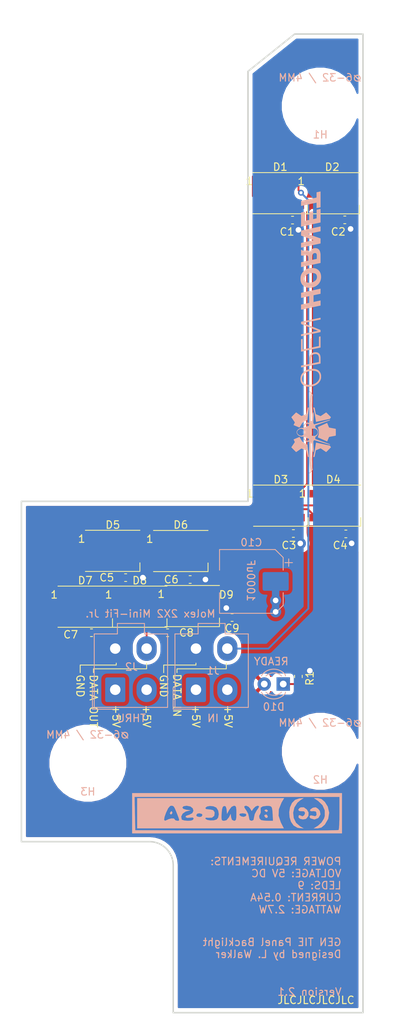
<source format=kicad_pcb>
(kicad_pcb (version 20171130) (host pcbnew "(5.1.12-1-10_14)")
  (layers (0 F.Cu signal) (31 B.Cu signal) (34 B.Paste user) (35 F.Paste user) (36 B.SilkS user) (37 F.SilkS user) (38 B.Mask user) (39 F.Mask user) (44 Edge.Cuts user))
  (net 0 "")
  (net 1 "Net-(D1-Pad2)")
  (net 2 "Net-(D2-Pad2)")
  (net 3 "Net-(D3-Pad2)")
  (net 4 "Net-(D4-Pad2)")
  (net 5 "Net-(D6-Pad2)")
  (net 6 "Net-(D8-Pad2)")
  (net 7 /LEDGND)
  (net 8 /LED+5V)
  (net 9 /DATAIN)
  (net 10 /DATAOUT)
  (net 11 "Net-(D5-Pad2)")
  (net 12 "Net-(D7-Pad2)")
  (net 13 "Net-(D10-Pad1)")
  (module OH_Backlighting:Molex_Mini-Fit_Jr_5566-04A_2x02_P4.20mm_Vertical (layer B.Cu) (at 140.462 117.348)
    (fp_text reference J1 (at 2.286 -2.54) (layer B.SilkS) (effects (justify mirror)))
    (fp_text value IN)
    (pad 4 thru_hole oval (at 4.2 -5.5) (size 2.7 3.3) (drill 1.4) (layers *.Cu *.Mask) (net 9 /DATAIN))
    (pad 3 thru_hole oval (at 0 -5.5) (size 2.7 3.3) (drill 1.4) (layers *.Cu *.Mask) (net 7 /LEDGND))
    (pad 2 thru_hole oval (at 4.2 0) (size 2.7 3.3) (drill 1.4) (layers *.Cu *.Mask) (net 8 /LED+5V))
    (pad 1 thru_hole roundrect (at 0 0) (size 2.7 3.3) (drill 1.4) (layers *.Cu *.Mask) (roundrect_rratio 0.093) (net 8 /LED+5V))
  )
  (module OH_Backlighting:Molex_Mini-Fit_Jr_5566-04A_2x02_P4.20mm_Vertical (layer B.Cu) (at 129.658 117.348)
    (fp_text reference J2 (at 2.168 -3.048) (layer B.SilkS) (effects (justify mirror)))
    (fp_text value THRU)
    (pad 4 thru_hole oval (at 4.2 -5.5) (size 2.7 3.3) (drill 1.4) (layers *.Cu *.Mask) (net 10 /DATAOUT))
    (pad 3 thru_hole oval (at 0 -5.5) (size 2.7 3.3) (drill 1.4) (layers *.Cu *.Mask) (net 7 /LEDGND))
    (pad 2 thru_hole oval (at 4.2 0) (size 2.7 3.3) (drill 1.4) (layers *.Cu *.Mask) (net 8 /LED+5V))
    (pad 1 thru_hole roundrect (at 0 0) (size 2.7 3.3) (drill 1.4) (layers *.Cu *.Mask) (roundrect_rratio 0.093) (net 8 /LED+5V))
  )
  (module LED_SMD:LED_WS2812B_PLCC4_5.0x5.0mm_P3.2mm (layer F.Cu) (at 132.932 106.248)
    (fp_text reference D8 (at 0 -3.5) (layer F.SilkS))
    (fp_text value WS2812B)
    (fp_text user 1 (at -4.15 -1.6) (layer F.SilkS))
    (pad 1 smd rect (at -2.45 -1.6) (size 1.5 1) (layers F.Cu F.Paste F.Mask) (net 8 /LED+5V))
    (pad 2 smd rect (at -2.45 1.6) (size 1.5 1) (layers F.Cu F.Paste F.Mask) (net 6 "Net-(D8-Pad2)"))
    (pad 4 smd rect (at 2.45 -1.6) (size 1.5 1) (layers F.Cu F.Paste F.Mask) (net 12 "Net-(D7-Pad2)"))
    (pad 3 smd rect (at 2.45 1.6) (size 1.5 1) (layers F.Cu F.Paste F.Mask) (net 7 /LEDGND))
  )
  (module LED_SMD:LED_WS2812B_PLCC4_5.0x5.0mm_P3.2mm (layer F.Cu) (at 125.64 106.248)
    (fp_text reference D7 (at 0 -3.5) (layer F.SilkS))
    (fp_text value WS2812B)
    (fp_text user 1 (at -4.15 -1.6) (layer F.SilkS))
    (pad 1 smd rect (at -2.45 -1.6) (size 1.5 1) (layers F.Cu F.Paste F.Mask) (net 8 /LED+5V))
    (pad 2 smd rect (at -2.45 1.6) (size 1.5 1) (layers F.Cu F.Paste F.Mask) (net 12 "Net-(D7-Pad2)"))
    (pad 4 smd rect (at 2.45 -1.6) (size 1.5 1) (layers F.Cu F.Paste F.Mask) (net 5 "Net-(D6-Pad2)"))
    (pad 3 smd rect (at 2.45 1.6) (size 1.5 1) (layers F.Cu F.Paste F.Mask) (net 7 /LEDGND))
  )
  (module LED_SMD:LED_WS2812B_PLCC4_5.0x5.0mm_P3.2mm (layer F.Cu) (at 138.43 98.806)
    (fp_text reference D6 (at 0 -3.5) (layer F.SilkS))
    (fp_text value WS2812B)
    (fp_text user 1 (at -4.15 -1.6) (layer F.SilkS))
    (pad 1 smd rect (at -2.45 -1.6) (size 1.5 1) (layers F.Cu F.Paste F.Mask) (net 8 /LED+5V))
    (pad 2 smd rect (at -2.45 1.6) (size 1.5 1) (layers F.Cu F.Paste F.Mask) (net 5 "Net-(D6-Pad2)"))
    (pad 4 smd rect (at 2.45 -1.6) (size 1.5 1) (layers F.Cu F.Paste F.Mask) (net 11 "Net-(D5-Pad2)"))
    (pad 3 smd rect (at 2.45 1.6) (size 1.5 1) (layers F.Cu F.Paste F.Mask) (net 7 /LEDGND))
  )
  (module Capacitor_SMD:C_0603_1608Metric (layer F.Cu) (at 136.665 109.728 180)
    (fp_text reference C8 (at -2.527 0) (layer F.SilkS))
    (fp_text value C)
    (pad 2 smd roundrect (at 0.775 0 180) (size 0.9 0.95) (layers F.Cu F.Paste F.Mask) (net 7 /LEDGND))
    (pad 1 smd roundrect (at -0.775 0 180) (size 0.9 0.95) (layers F.Cu F.Paste F.Mask) (net 8 /LED+5V))
  )
  (module Capacitor_SMD:CP_Elec_8x10 (layer B.Cu) (at 147.88 102.87 180)
    (fp_text reference C10 (at 0 5.2 180) (layer B.SilkS) (effects (justify mirror)))
    (fp_text value C_Polarized)
    (pad 2 smd roundrect (at 3.25 0 180) (size 3.5 2.5) (layers B.Cu B.Paste B.Mask) (roundrect_rratio 0.1) (net 7 /LEDGND))
    (pad 1 smd roundrect (at -3.25 0 180) (size 3.5 2.5) (layers B.Cu B.Paste B.Mask) (roundrect_rratio 0.1) (net 8 /LED+5V))
  )
  (module Capacitor_SMD:C_0603_1608Metric (layer F.Cu) (at 153.392 54.574)
    (fp_text reference C1 (at -0.738 1.56 180) (layer F.SilkS))
    (fp_text value C)
    (pad 2 smd roundrect (at 0.775 0) (size 0.9 0.95) (layers F.Cu F.Paste F.Mask) (net 7 /LEDGND))
    (pad 1 smd roundrect (at -0.775 0) (size 0.9 0.95) (layers F.Cu F.Paste F.Mask) (net 8 /LED+5V))
  )
  (module Capacitor_SMD:C_0603_1608Metric (layer F.Cu) (at 145.301 107.696 180)
    (fp_text reference C9 (at 0 -1.43) (layer F.SilkS))
    (fp_text value C)
    (pad 2 smd roundrect (at 0.775 0 180) (size 0.9 0.95) (layers F.Cu F.Paste F.Mask) (net 7 /LEDGND))
    (pad 1 smd roundrect (at -0.775 0 180) (size 0.9 0.95) (layers F.Cu F.Paste F.Mask) (net 8 /LED+5V))
  )
  (module Capacitor_SMD:C_0603_1608Metric (layer F.Cu) (at 126.479 109.728)
    (fp_text reference C7 (at -2.781 0.254) (layer F.SilkS))
    (fp_text value C)
    (pad 2 smd roundrect (at 0.775 0) (size 0.9 0.95) (layers F.Cu F.Paste F.Mask) (net 7 /LEDGND))
    (pad 1 smd roundrect (at -0.775 0) (size 0.9 0.95) (layers F.Cu F.Paste F.Mask) (net 8 /LED+5V))
  )
  (module Capacitor_SMD:C_0603_1608Metric (layer F.Cu) (at 139.687 102.616)
    (fp_text reference C6 (at -2.527 0) (layer F.SilkS))
    (fp_text value C)
    (pad 2 smd roundrect (at 0.775 0) (size 0.9 0.95) (layers F.Cu F.Paste F.Mask) (net 7 /LEDGND))
    (pad 1 smd roundrect (at -0.775 0) (size 0.9 0.95) (layers F.Cu F.Paste F.Mask) (net 8 /LED+5V))
  )
  (module Capacitor_SMD:C_0603_1608Metric (layer F.Cu) (at 131.051 102.362)
    (fp_text reference C5 (at -2.527 0) (layer F.SilkS))
    (fp_text value C)
    (pad 2 smd roundrect (at 0.775 0) (size 0.9 0.95) (layers F.Cu F.Paste F.Mask) (net 7 /LEDGND))
    (pad 1 smd roundrect (at -0.775 0) (size 0.9 0.95) (layers F.Cu F.Paste F.Mask) (net 8 /LED+5V))
  )
  (module Capacitor_SMD:C_0603_1608Metric (layer F.Cu) (at 160.528 96.52)
    (fp_text reference C4 (at -0.762 1.524) (layer F.SilkS))
    (fp_text value C)
    (pad 2 smd roundrect (at 0.775 0) (size 0.9 0.95) (layers F.Cu F.Paste F.Mask) (net 7 /LEDGND))
    (pad 1 smd roundrect (at -0.775 0) (size 0.9 0.95) (layers F.Cu F.Paste F.Mask) (net 8 /LED+5V))
  )
  (module Capacitor_SMD:C_0603_1608Metric (layer F.Cu) (at 153.502 96.464)
    (fp_text reference C3 (at -0.594 1.58) (layer F.SilkS))
    (fp_text value C)
    (pad 2 smd roundrect (at 0.775 0) (size 0.9 0.95) (layers F.Cu F.Paste F.Mask) (net 7 /LEDGND))
    (pad 1 smd roundrect (at -0.775 0) (size 0.9 0.95) (layers F.Cu F.Paste F.Mask) (net 8 /LED+5V))
  )
  (module Capacitor_SMD:C_0603_1608Metric (layer F.Cu) (at 160.387 54.544)
    (fp_text reference C2 (at -0.875 1.59) (layer F.SilkS))
    (fp_text value C)
    (pad 2 smd roundrect (at 0.775 0) (size 0.9 0.95) (layers F.Cu F.Paste F.Mask) (net 7 /LEDGND))
    (pad 1 smd roundrect (at -0.775 0) (size 0.9 0.95) (layers F.Cu F.Paste F.Mask) (net 8 /LED+5V))
  )
  (module OH_Backlighting:OH_Panel_6-32_PHS (layer F.Cu) (at 157.102 39.344)
    (fp_text reference REF** hide)
    (fp_text value OH_Panel_Fastner_Keepout hide)
    (fp_text user H1 (at 0 3.81) (layer B.SilkS) (effects (justify mirror)))
    (fp_text user "⌀6-32 / 4MM" (at 0 -3.81) (layer B.SilkS) (effects (justify mirror)))
    (pad "" np_thru_hole circle (at 0 0) (size 4.3 4.3) (drill 4.3) (layers *.Cu *.Mask) (clearance 3))
  )
  (module OH_Backlighting:OH_Panel_6-32_PHS (layer F.Cu) (at 125.992 127.164)
    (fp_text reference REF** hide)
    (fp_text value OH_Panel_Fastner_Keepout hide)
    (fp_text user H3 (at 0 3.81) (layer B.SilkS) (effects (justify mirror)))
    (fp_text user "⌀6-32 / 4MM" (at 0 -3.81) (layer B.SilkS) (effects (justify mirror)))
    (pad "" np_thru_hole circle (at 0 0) (size 4.3 4.3) (drill 4.3) (layers *.Cu *.Mask) (clearance 3))
  )
  (module OH_Backlighting:OH_Panel_6-32_PHS (layer F.Cu) (at 157.112 125.574)
    (fp_text reference REF** hide)
    (fp_text value OH_Panel_Fastner_Keepout hide)
    (fp_text user H2 (at 0 3.81) (layer B.SilkS) (effects (justify mirror)))
    (fp_text user "⌀6-32 / 4MM" (at 0 -3.81) (layer B.SilkS) (effects (justify mirror)))
    (pad "" np_thru_hole circle (at 0 0) (size 4.3 4.3) (drill 4.3) (layers *.Cu *.Mask) (clearance 3))
  )
  (module LED_SMD:LED_WS2812B_PLCC4_5.0x5.0mm_P3.2mm (layer F.Cu) (at 129.312 98.784)
    (fp_text reference D5 (at 0.02 -3.47) (layer F.SilkS))
    (fp_text value WS2812B)
    (fp_text user 1 (at -4.15 -1.6) (layer F.SilkS))
    (pad 1 smd rect (at -2.45 -1.6) (size 1.5 1) (layers F.Cu F.Paste F.Mask) (net 8 /LED+5V))
    (pad 2 smd rect (at -2.45 1.6) (size 1.5 1) (layers F.Cu F.Paste F.Mask) (net 11 "Net-(D5-Pad2)"))
    (pad 4 smd rect (at 2.45 -1.6) (size 1.5 1) (layers F.Cu F.Paste F.Mask) (net 4 "Net-(D4-Pad2)"))
    (pad 3 smd rect (at 2.45 1.6) (size 1.5 1) (layers F.Cu F.Paste F.Mask) (net 7 /LEDGND))
  )
  (module LED_SMD:LED_WS2812B_PLCC4_5.0x5.0mm_P3.2mm (layer F.Cu) (at 158.702 50.984)
    (fp_text reference D2 (at 0 -3.5) (layer F.SilkS))
    (fp_text value WS2812B)
    (fp_text user 1 (at -4.15 -1.6) (layer F.SilkS))
    (pad 1 smd rect (at -2.45 -1.6) (size 1.5 1) (layers F.Cu F.Paste F.Mask) (net 8 /LED+5V))
    (pad 2 smd rect (at -2.45 1.6) (size 1.5 1) (layers F.Cu F.Paste F.Mask) (net 2 "Net-(D2-Pad2)"))
    (pad 4 smd rect (at 2.45 -1.6) (size 1.5 1) (layers F.Cu F.Paste F.Mask) (net 1 "Net-(D1-Pad2)"))
    (pad 3 smd rect (at 2.45 1.6) (size 1.5 1) (layers F.Cu F.Paste F.Mask) (net 7 /LEDGND))
  )
  (module LED_SMD:LED_WS2812B_PLCC4_5.0x5.0mm_P3.2mm (layer F.Cu) (at 158.872 92.744)
    (fp_text reference D4 (at -0.02 -3.5) (layer F.SilkS))
    (fp_text value WS2812B)
    (fp_text user 1 (at -4.15 -1.6) (layer F.SilkS))
    (pad 1 smd rect (at -2.45 -1.6) (size 1.5 1) (layers F.Cu F.Paste F.Mask) (net 8 /LED+5V))
    (pad 2 smd rect (at -2.45 1.6) (size 1.5 1) (layers F.Cu F.Paste F.Mask) (net 4 "Net-(D4-Pad2)"))
    (pad 4 smd rect (at 2.45 -1.6) (size 1.5 1) (layers F.Cu F.Paste F.Mask) (net 3 "Net-(D3-Pad2)"))
    (pad 3 smd rect (at 2.45 1.6) (size 1.5 1) (layers F.Cu F.Paste F.Mask) (net 7 /LEDGND))
  )
  (module LED_SMD:LED_WS2812B_PLCC4_5.0x5.0mm_P3.2mm (layer F.Cu) (at 151.742 50.974)
    (fp_text reference D1 (at 0 -3.5) (layer F.SilkS))
    (fp_text value WS2812B)
    (fp_text user 1 (at -4.15 -1.6) (layer F.SilkS))
    (pad 1 smd rect (at -2.45 -1.6) (size 1.5 1) (layers F.Cu F.Paste F.Mask) (net 8 /LED+5V))
    (pad 2 smd rect (at -2.45 1.6) (size 1.5 1) (layers F.Cu F.Paste F.Mask) (net 1 "Net-(D1-Pad2)"))
    (pad 4 smd rect (at 2.45 -1.6) (size 1.5 1) (layers F.Cu F.Paste F.Mask) (net 9 /DATAIN))
    (pad 3 smd rect (at 2.45 1.6) (size 1.5 1) (layers F.Cu F.Paste F.Mask) (net 7 /LEDGND))
  )
  (module LED_SMD:LED_WS2812B_PLCC4_5.0x5.0mm_P3.2mm (layer F.Cu) (at 139.962 106.164)
    (fp_text reference D9 (at 4.564 -1.516) (layer F.SilkS))
    (fp_text value WS2812B)
    (fp_text user 1 (at -4.15 -1.6) (layer F.SilkS))
    (pad 1 smd rect (at -2.45 -1.6) (size 1.5 1) (layers F.Cu F.Paste F.Mask) (net 8 /LED+5V))
    (pad 2 smd rect (at -2.45 1.6) (size 1.5 1) (layers F.Cu F.Paste F.Mask) (net 10 /DATAOUT))
    (pad 4 smd rect (at 2.45 -1.6) (size 1.5 1) (layers F.Cu F.Paste F.Mask) (net 6 "Net-(D8-Pad2)"))
    (pad 3 smd rect (at 2.45 1.6) (size 1.5 1) (layers F.Cu F.Paste F.Mask) (net 7 /LEDGND))
  )
  (module LED_SMD:LED_WS2812B_PLCC4_5.0x5.0mm_P3.2mm (layer F.Cu) (at 151.822 92.744)
    (fp_text reference D3 (at 0 -3.5) (layer F.SilkS))
    (fp_text value WS2812B)
    (fp_text user 1 (at -4.15 -1.6) (layer F.SilkS))
    (pad 1 smd rect (at -2.45 -1.6) (size 1.5 1) (layers F.Cu F.Paste F.Mask) (net 8 /LED+5V))
    (pad 2 smd rect (at -2.45 1.6) (size 1.5 1) (layers F.Cu F.Paste F.Mask) (net 3 "Net-(D3-Pad2)"))
    (pad 4 smd rect (at 2.45 -1.6) (size 1.5 1) (layers F.Cu F.Paste F.Mask) (net 2 "Net-(D2-Pad2)"))
    (pad 3 smd rect (at 2.45 1.6) (size 1.5 1) (layers F.Cu F.Paste F.Mask) (net 7 /LEDGND))
  )
  (module LED_THT:LED_D3.0mm (layer B.Cu) (at 152.146 116.586 180)
    (fp_text reference D10 (at 1.27 -3.048) (layer B.SilkS) (effects (justify mirror)))
    (fp_text value LED)
    (pad 2 thru_hole circle (at 2.54 0 180) (size 1.8 1.8) (drill 0.9) (layers *.Cu *.Mask) (net 8 /LED+5V))
    (pad 1 thru_hole rect (at 0 0 180) (size 1.8 1.8) (drill 0.9) (layers *.Cu *.Mask) (net 13 "Net-(D10-Pad1)"))
  )
  (module OH_General:CC-BY-NC-SA-Small (layer B.Cu) (at 146.05 133.858 180)
    (fp_text reference G*** hide)
    (fp_text value LOGO hide)
  )
  (module Resistor_SMD:R_0603_1608Metric (layer F.Cu) (at 154.178 115.57 90)
    (fp_text reference R1 (at -0.254 1.524 90) (layer F.SilkS))
    (fp_text value R)
    (pad 2 smd roundrect (at 0.7875 0 90) (size 0.875 0.95) (layers F.Cu F.Paste F.Mask) (net 7 /LEDGND))
    (pad 1 smd roundrect (at -0.7875 0 90) (size 0.875 0.95) (layers F.Cu F.Paste F.Mask) (net 13 "Net-(D10-Pad1)"))
  )
  (module OH_General:OH_LOGO_37.7mm_5.9mm (layer B.Cu) (at 156.21 69.596 90)
    (fp_text reference G*** hide)
    (fp_text value LOGO hide)
  )
  (gr_text JLCJLCJLCJLC (at 156.53 158.84) (layer F.SilkS) (effects (font (size 1 1))))
  (gr_line (start 129.794 114.046) (end 129.794 113.792) (layer F.SilkS) (width 0.12))
  (gr_line (start 124.968 114.046) (end 129.794 114.046) (layer F.SilkS) (width 0.12))
  (gr_line (start 124.968 114.3) (end 124.968 114.046) (layer F.SilkS) (width 0.12))
  (gr_line (start 124.968 115.062) (end 124.968 114.3) (layer F.SilkS) (width 0.12))
  (gr_line (start 133.858 114.554) (end 133.858 113.792) (layer F.SilkS) (width 0.12))
  (gr_line (start 126.746 114.554) (end 133.858 114.554) (layer F.SilkS) (width 0.12))
  (gr_line (start 126.746 115.062) (end 126.746 114.554) (layer F.SilkS) (width 0.12))
  (gr_line (start 140.462 114.046) (end 140.462 113.792) (layer F.SilkS) (width 0.12))
  (gr_line (start 136.144 114.046) (end 140.462 114.046) (layer F.SilkS) (width 0.12))
  (gr_line (start 136.144 115.062) (end 136.144 114.046) (layer F.SilkS) (width 0.12))
  (gr_line (start 144.526 114.554) (end 144.526 113.792) (layer F.SilkS) (width 0.12))
  (gr_line (start 137.922 114.554) (end 144.526 114.554) (layer F.SilkS) (width 0.12))
  (gr_line (start 137.922 115.062) (end 137.922 114.554) (layer F.SilkS) (width 0.12))
  (gr_text "DATA IN" (at 137.922 118.11 -90) (layer F.SilkS) (effects (font (size 1 1))))
  (gr_text GND (at 136.144 116.84 270) (layer F.SilkS) (effects (font (size 1 1))))
  (gr_text "DATA OUT" (at 126.746 118.872 270) (layer F.SilkS) (effects (font (size 1 1))))
  (gr_text GND (at 124.968 116.84 270) (layer F.SilkS) (effects (font (size 1 1))))
  (gr_text +5V (at 144.78 120.904 270) (layer F.SilkS) (effects (font (size 1 1))))
  (gr_text +5V (at 140.462 120.904 270) (layer F.SilkS) (effects (font (size 1 1))))
  (gr_text +5V (at 133.858 120.904 270) (layer F.SilkS) (effects (font (size 1 1))))
  (gr_text +5V (at 129.794 120.904 270) (layer F.SilkS) (effects (font (size 1 1))))
  (gr_text 1000uF (at 147.802 102.752 270) (layer B.SilkS) (effects (font (size 1 1)) (justify mirror)))
  (gr_text IN (at 142.748 121.158) (layer B.SilkS) (effects (font (size 1 1)) (justify mirror)))
  (gr_text THRU (at 131.826 121.158) (layer B.SilkS) (effects (font (size 1 1)) (justify mirror)))
  (gr_text READY (at 150.542 113.564) (layer B.SilkS) (effects (font (size 1 1)) (justify mirror)))
  (gr_text "GEN TIE Panel Backlight\nDesigned by L. Walker" (at 160.02 151.892) (layer B.SilkS) (effects (font (size 1 1)) (justify left mirror)))
  (gr_text "Molex 2X2 Mini-Fit Jr." (at 134.366 107.188) (layer B.SilkS) (effects (font (size 1 1)) (justify mirror)))
  (gr_line (start 147.429124 92.168757) (end 117.101263 92.168757) (layer Edge.Cuts) (width 0.2))
  (gr_line (start 137.421263 140.826932) (end 137.421263 160.511932) (layer Edge.Cuts) (width 0.2))
  (gr_line (start 162.821263 160.511932) (end 162.821263 29.701932) (layer Edge.Cuts) (width 0.2))
  (gr_arc (start 134.246263 140.826932) (end 137.421263 140.826932) (angle -90) (layer Edge.Cuts) (width 0.2))
  (gr_line (start 117.101263 92.168757) (end 117.101263 137.651932) (layer Edge.Cuts) (width 0.2))
  (gr_line (start 147.429124 34.691765) (end 147.429124 92.168757) (layer Edge.Cuts) (width 0.2))
  (gr_line (start 117.101263 137.651932) (end 134.246263 137.651932) (layer Edge.Cuts) (width 0.2))
  (gr_line (start 137.421263 160.511932) (end 162.821263 160.511932) (layer Edge.Cuts) (width 0.2))
  (gr_line (start 162.821263 29.701932) (end 153.677263 29.701932) (layer Edge.Cuts) (width 0.2))
  (gr_line (start 153.677263 29.701932) (end 147.429124 34.691765) (layer Edge.Cuts) (width 0.2))
  (gr_text "POWER REQUIREMENTS:\nVOLTAGE: 5V DC\nLEDS: 9\nCURRENT: 0.54A\nWATTAGE: 2.7W" (at 160.02 143.51) (layer B.SilkS) (effects (font (size 1 1)) (justify left mirror)))
  (gr_text "Version 2.1" (at 155.659285 157.734) (layer B.SilkS) (effects (font (size 1 1)) (justify mirror)))
  (segment (start 149.292 52.574) (end 148.082 51.364) (width 0.25) (layer F.Cu) (net 1))
  (segment (start 148.082 51.364) (end 148.082 48.748998) (width 0.25) (layer F.Cu) (net 1))
  (segment (start 161.152 49.384) (end 161.152 48.842) (width 0.25) (layer F.Cu) (net 1))
  (segment (start 161.152 48.842) (end 158.03 45.72) (width 0.25) (layer F.Cu) (net 1))
  (segment (start 151.110998 45.72) (end 148.082 48.748998) (width 0.25) (layer F.Cu) (net 1))
  (segment (start 158.03 45.72) (end 151.110998 45.72) (width 0.25) (layer F.Cu) (net 1))
  (segment (start 156.252 52.584) (end 155.346999 53.489001) (width 0.25) (layer F.Cu) (net 2))
  (segment (start 154.272 90.889998) (end 155.346999 89.814999) (width 0.25) (layer F.Cu) (net 2))
  (segment (start 154.272 91.144) (end 154.272 90.889998) (width 0.25) (layer F.Cu) (net 2))
  (segment (start 155.346999 53.489001) (end 155.346999 89.814999) (width 0.25) (layer F.Cu) (net 2))
  (segment (start 149.372 94.344) (end 151.006 92.71) (width 0.25) (layer F.Cu) (net 3))
  (segment (start 159.756 92.71) (end 161.322 91.144) (width 0.25) (layer F.Cu) (net 3))
  (segment (start 151.006 92.71) (end 159.756 92.71) (width 0.25) (layer F.Cu) (net 3))
  (segment (start 133.776999 95.169001) (end 131.762 97.184) (width 0.25) (layer F.Cu) (net 4))
  (segment (start 151.611997 95.169001) (end 133.776999 95.169001) (width 0.25) (layer F.Cu) (net 4))
  (segment (start 153.562998 93.218) (end 151.611997 95.169001) (width 0.25) (layer F.Cu) (net 4))
  (segment (start 155.448 93.218) (end 153.562998 93.218) (width 0.25) (layer F.Cu) (net 4))
  (segment (start 156.422 94.192) (end 155.448 93.218) (width 0.25) (layer F.Cu) (net 4))
  (segment (start 156.422 94.344) (end 156.422 94.192) (width 0.25) (layer F.Cu) (net 4))
  (segment (start 135.98 101.323002) (end 135.98 100.406) (width 0.25) (layer F.Cu) (net 5))
  (segment (start 133.866001 103.437001) (end 135.98 101.323002) (width 0.25) (layer F.Cu) (net 5))
  (segment (start 129.226999 103.437001) (end 133.866001 103.437001) (width 0.25) (layer F.Cu) (net 5))
  (segment (start 128.09 104.574) (end 129.226999 103.437001) (width 0.25) (layer F.Cu) (net 5))
  (segment (start 128.09 104.648) (end 128.09 104.574) (width 0.25) (layer F.Cu) (net 5))
  (segment (start 130.482 107.848) (end 132.944 107.848) (width 0.25) (layer F.Cu) (net 6))
  (segment (start 132.944 107.848) (end 134.62 106.172) (width 0.25) (layer F.Cu) (net 6))
  (segment (start 140.804 106.172) (end 142.412 104.564) (width 0.25) (layer F.Cu) (net 6))
  (segment (start 134.62 106.172) (end 140.804 106.172) (width 0.25) (layer F.Cu) (net 6))
  (segment (start 154.192 54.549) (end 154.167 54.574) (width 1) (layer F.Cu) (net 7))
  (segment (start 154.192 52.574) (end 154.192 54.549) (width 1) (layer F.Cu) (net 7))
  (segment (start 161.152 54.534) (end 161.162 54.544) (width 1) (layer F.Cu) (net 7))
  (segment (start 161.152 52.584) (end 161.152 54.534) (width 1) (layer F.Cu) (net 7))
  (segment (start 161.162 54.544) (end 161.162 55.752) (width 1) (layer F.Cu) (net 7))
  (segment (start 161.162 55.752) (end 161.162 55.752) (width 1) (layer F.Cu) (net 7))
  (via (at 161.162 55.752) (size 1.5) (drill 0.75) (layers F.Cu B.Cu) (net 7))
  (segment (start 154.167 54.574) (end 154.178 55.88) (width 1) (layer F.Cu) (net 7))
  (segment (start 154.178 55.88) (end 154.167 55.869) (width 1) (layer F.Cu) (net 7))
  (via (at 154.178 55.88) (size 1.5) (drill 0.75) (layers F.Cu B.Cu) (net 7))
  (segment (start 161.303 94.363) (end 161.322 94.344) (width 1) (layer F.Cu) (net 7))
  (segment (start 161.303 96.52) (end 161.303 94.363) (width 1) (layer F.Cu) (net 7))
  (segment (start 161.303 96.52) (end 161.303 97.777) (width 1) (layer F.Cu) (net 7))
  (segment (start 161.303 97.777) (end 161.303 97.777) (width 1) (layer F.Cu) (net 7))
  (via (at 161.303 97.777) (size 1.5) (drill 0.75) (layers F.Cu B.Cu) (net 7))
  (segment (start 154.272 96.459) (end 154.277 96.464) (width 1) (layer F.Cu) (net 7))
  (segment (start 154.272 94.344) (end 154.272 96.459) (width 1) (layer F.Cu) (net 7))
  (segment (start 154.277 96.464) (end 154.432 97.79) (width 1) (layer F.Cu) (net 7))
  (segment (start 154.432 97.79) (end 154.277 97.635) (width 1) (layer F.Cu) (net 7))
  (via (at 154.432 97.79) (size 1.5) (drill 0.75) (layers F.Cu B.Cu) (net 7))
  (segment (start 131.826 100.448) (end 131.762 100.384) (width 1) (layer F.Cu) (net 7))
  (segment (start 131.826 102.362) (end 131.826 100.448) (width 1) (layer F.Cu) (net 7))
  (segment (start 144.458 107.764) (end 144.526 107.696) (width 1) (layer F.Cu) (net 7))
  (segment (start 142.412 107.764) (end 144.458 107.764) (width 1) (layer F.Cu) (net 7))
  (segment (start 131.826 102.362) (end 133.35 102.362) (width 1) (layer F.Cu) (net 7))
  (segment (start 133.35 102.362) (end 133.35 102.362) (width 1) (layer F.Cu) (net 7))
  (via (at 133.35 102.362) (size 1.5) (drill 0.75) (layers F.Cu B.Cu) (net 7))
  (segment (start 144.526 107.696) (end 144.526 106.426) (width 1) (layer F.Cu) (net 7))
  (segment (start 144.526 106.426) (end 144.526 106.426) (width 1) (layer F.Cu) (net 7))
  (via (at 144.526 106.426) (size 1.5) (drill 0.75) (layers F.Cu B.Cu) (net 7))
  (segment (start 140.462 102.616) (end 141.732 102.616) (width 1) (layer F.Cu) (net 7))
  (segment (start 141.732 102.616) (end 141.732 102.616) (width 1) (layer F.Cu) (net 7))
  (via (at 141.732 102.616) (size 1.5) (drill 0.75) (layers F.Cu B.Cu) (net 7))
  (segment (start 154.178 114.7825) (end 155.702 114.808) (width 1) (layer F.Cu) (net 7))
  (segment (start 155.702 114.808) (end 155.6765 114.7825) (width 1) (layer F.Cu) (net 7))
  (via (at 155.702 114.808) (size 1.5) (drill 0.75) (layers F.Cu B.Cu) (net 7))
  (segment (start 128.09 107.848) (end 128.09 108.13) (width 1) (layer F.Cu) (net 7))
  (segment (start 127.254 108.966) (end 127.254 109.728) (width 1) (layer F.Cu) (net 7))
  (segment (start 128.09 108.13) (end 127.254 108.966) (width 1) (layer F.Cu) (net 7))
  (segment (start 127.254 109.728) (end 127.254 110.744) (width 1) (layer F.Cu) (net 7))
  (segment (start 128.358 111.848) (end 129.658 111.848) (width 1) (layer F.Cu) (net 7))
  (segment (start 127.254 110.744) (end 128.358 111.848) (width 1) (layer F.Cu) (net 7))
  (segment (start 135.382 107.848) (end 135.382 108.204) (width 1) (layer F.Cu) (net 7))
  (segment (start 135.89 108.712) (end 135.89 109.728) (width 1) (layer F.Cu) (net 7))
  (segment (start 135.382 108.204) (end 135.89 108.712) (width 1) (layer F.Cu) (net 7))
  (segment (start 135.89 110.203) (end 135.89 109.728) (width 1) (layer F.Cu) (net 7))
  (segment (start 137.535 111.848) (end 135.89 110.203) (width 1) (layer F.Cu) (net 7))
  (segment (start 140.462 111.848) (end 137.535 111.848) (width 1) (layer F.Cu) (net 7))
  (segment (start 140.88 100.406) (end 140.64 100.406) (width 1) (layer F.Cu) (net 7))
  (segment (start 140.462 100.584) (end 140.462 102.616) (width 1) (layer F.Cu) (net 7))
  (segment (start 140.64 100.406) (end 140.462 100.584) (width 1) (layer F.Cu) (net 7))
  (segment (start 151.13 102.87) (end 151.13 105.41) (width 1) (layer B.Cu) (net 8))
  (segment (start 151.13 105.41) (end 151.13 106.934) (width 1) (layer B.Cu) (net 8))
  (via (at 151.13 105.41) (size 1.5) (drill 0.75) (layers F.Cu B.Cu) (net 8))
  (segment (start 151.13 106.934) (end 151.13 106.934) (width 1) (layer B.Cu) (net 8))
  (via (at 151.13 106.934) (size 1.5) (drill 0.75) (layers F.Cu B.Cu) (net 8))
  (segment (start 144.662 111.848) (end 150.162 111.848) (width 0.25) (layer B.Cu) (net 9))
  (segment (start 155.507001 106.502999) (end 155.507001 51.897001) (width 0.25) (layer B.Cu) (net 9))
  (segment (start 150.162 111.848) (end 155.507001 106.502999) (width 0.25) (layer B.Cu) (net 9))
  (segment (start 155.507001 51.897001) (end 154.52 50.91) (width 0.25) (layer B.Cu) (net 9))
  (via (at 154.52 50.91) (size 0.8) (drill 0.4) (layers F.Cu B.Cu) (net 9))
  (segment (start 154.192 50.582) (end 154.52 50.91) (width 0.25) (layer F.Cu) (net 9))
  (segment (start 154.192 49.374) (end 154.192 50.582) (width 0.25) (layer F.Cu) (net 9))
  (segment (start 137.512 107.764) (end 136.428 106.68) (width 0.25) (layer F.Cu) (net 10))
  (segment (start 133.858 107.57041) (end 133.858 111.848) (width 0.25) (layer F.Cu) (net 10))
  (segment (start 134.74841 106.68) (end 133.858 107.57041) (width 0.25) (layer F.Cu) (net 10))
  (segment (start 136.428 106.68) (end 134.74841 106.68) (width 0.25) (layer F.Cu) (net 10))
  (segment (start 127.687001 99.558999) (end 126.862 100.384) (width 0.25) (layer F.Cu) (net 11))
  (segment (start 131.791999 99.558999) (end 127.687001 99.558999) (width 0.25) (layer F.Cu) (net 11))
  (segment (start 140.054999 96.366999) (end 139.446 95.758) (width 0.25) (layer F.Cu) (net 11))
  (segment (start 139.446 95.758) (end 135.592998 95.758) (width 0.25) (layer F.Cu) (net 11))
  (segment (start 140.054999 96.380999) (end 140.054999 96.366999) (width 0.25) (layer F.Cu) (net 11))
  (segment (start 135.592998 95.758) (end 131.791999 99.558999) (width 0.25) (layer F.Cu) (net 11))
  (segment (start 140.88 97.206) (end 140.054999 96.380999) (width 0.25) (layer F.Cu) (net 11))
  (segment (start 124.015001 107.022999) (end 132.930999 107.022999) (width 0.25) (layer F.Cu) (net 12))
  (segment (start 123.19 107.848) (end 124.015001 107.022999) (width 0.25) (layer F.Cu) (net 12))
  (segment (start 135.305998 104.648) (end 135.382 104.648) (width 0.25) (layer F.Cu) (net 12))
  (segment (start 132.930999 107.022999) (end 135.305998 104.648) (width 0.25) (layer F.Cu) (net 12))
  (segment (start 153.9495 116.586) (end 154.178 116.3575) (width 0.25) (layer F.Cu) (net 13))
  (segment (start 152.146 116.586) (end 153.9495 116.586) (width 0.25) (layer F.Cu) (net 13))
  (zone (net 8) (net_name /LED+5V) (layer F.Cu) (connect_pads (clearance 0.508)) (min_thickness 0.254) (fill yes (arc_segments 32) (thermal_gap 0.508) (thermal_bridge_width 0.508))
    (polygon (pts (xy 165.002 161.824) (xy 145.542 162.044) (xy 114.682 162.044) (xy 115.132 25.604) (xy 166.572 25.384)))
  )
  (zone (net 7) (net_name /LEDGND) (layer B.Cu) (connect_pads yes (clearance 0.508)) (min_thickness 0.254) (fill yes (arc_segments 32) (thermal_gap 0.508) (thermal_bridge_width 0.508))
    (polygon (pts (xy 167.242 25.154) (xy 164.782 161.594) (xy 114.682 161.154) (xy 114.232 25.154)))
  )
)
</source>
